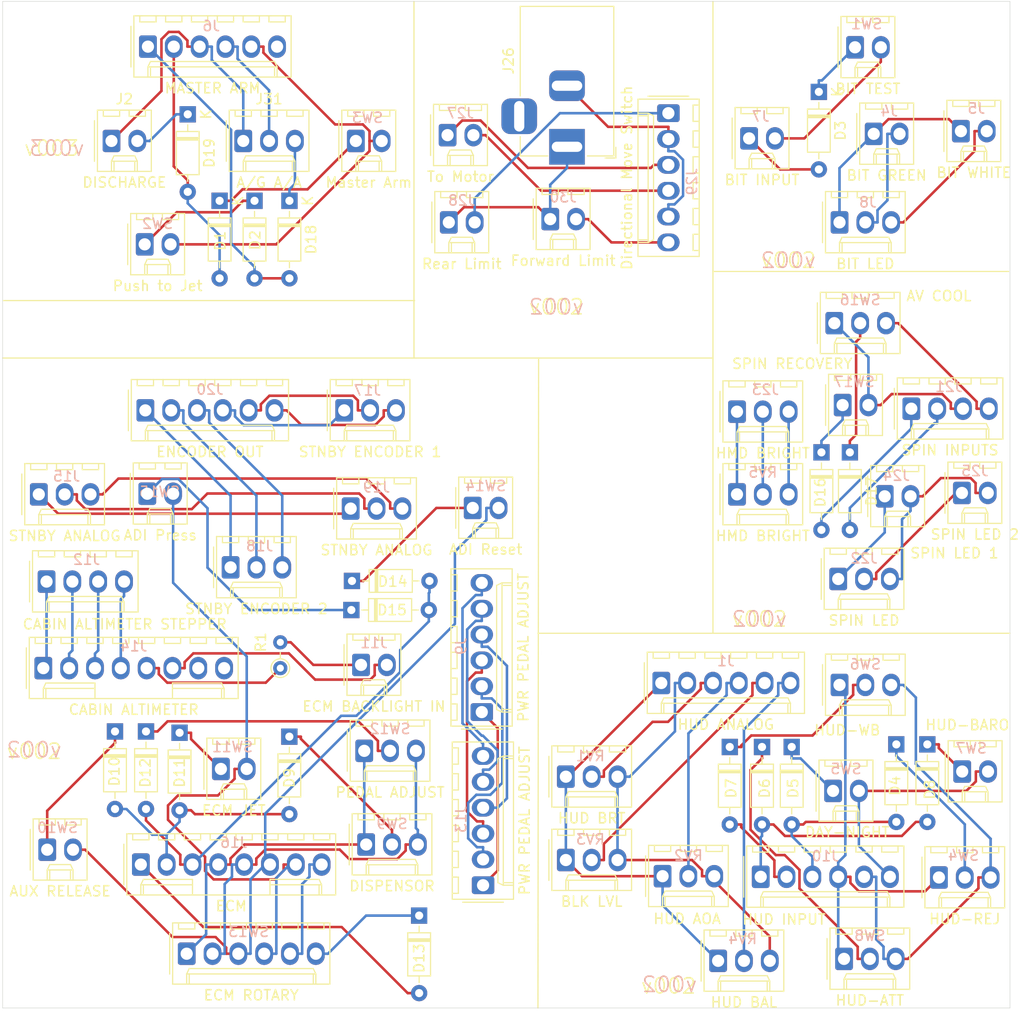
<source format=kicad_pcb>
(kicad_pcb (version 20240108) (generator "pcbnew") (generator_version "8.0")
  (layers (0 "F.Cu" signal) (31 "B.Cu" signal) (34 "B.Paste" user) (35 "F.Paste" user) (36 "B.SilkS" user "B.Silkscreen") (37 "F.SilkS" user "F.Silkscreen") (38 "B.Mask" user) (39 "F.Mask" user) (44 "Edge.Cuts" user))
  (net 0 "")
  (net 1 "/PCB-COL-2")
  (net 2 "Net-(D1-K)")
  (net 3 "/PCB-COL-1")
  (net 4 "Net-(D2-K)")
  (net 5 "/BIT-COL")
  (net 6 "Net-(D3-K)")
  (net 7 "/HUD-COL-3")
  (net 8 "Net-(D4-K)")
  (net 9 "Net-(D5-K)")
  (net 10 "/HUD-COL-1")
  (net 11 "Net-(D6-K)")
  (net 12 "/HUD-COL-2")
  (net 13 "Net-(D7-K)")
  (net 14 "Net-(D8-K)")
  (net 15 "/ECM-COL-2")
  (net 16 "Net-(D9-K)")
  (net 17 "Net-(D10-K)")
  (net 18 "Net-(D11-K)")
  (net 19 "/ECM-COL-3")
  (net 20 "Net-(D12-K)")
  (net 21 "/ECM-COL-1")
  (net 22 "Net-(D13-K)")
  (net 23 "/SPIN-COL1")
  (net 24 "Net-(D14-K)")
  (net 25 "/SPIN-COL2")
  (net 26 "Net-(D15-K)")
  (net 27 "/SPIN-LED-ANNODE-1")
  (net 28 "/SPIN-LED-CATHODE")
  (net 29 "/SPIN-LED-ANNODE-2")
  (net 30 "/HUD-BAL")
  (net 31 "/BLK-LVL")
  (net 32 "/HUD-A0A")
  (net 33 "/HUD-BRT")
  (net 34 "/HUD-ANA-GND")
  (net 35 "/HUD-ANA+5V")
  (net 36 "/PCB-ROW-2")
  (net 37 "/PCB-ROW-1")
  (net 38 "/ARM-ROW3")
  (net 39 "/BIT-ROW")
  (net 40 "Net-(D16-K)")
  (net 41 "Net-(D17-K)")
  (net 42 "/HUD-ROW-3")
  (net 43 "/HUD-ROW-2")
  (net 44 "/HUD-ROW-1")
  (net 45 "/ECM-ROW-5")
  (net 46 "/ECM-ROW-4")
  (net 47 "/ECM-ROW-3")
  (net 48 "/ECM-ROW-2")
  (net 49 "/ECM-ROW-1")
  (net 50 "/SPIN-ROW2")
  (net 51 "/SPIN-ROW1")
  (net 53 "Net-(J13-Pin_6)")
  (net 54 "Net-(J13-Pin_5)")
  (net 55 "Net-(J13-Pin_3)")
  (net 56 "Net-(J13-Pin_4)")
  (net 57 "Net-(J13-Pin_1)")
  (net 58 "/BIT-LED-COL-1")
  (net 59 "/BIT-LED-ROW-1")
  (net 60 "/BIT-LED-COL-2")
  (net 61 "GND")
  (net 62 "+12V")
  (net 63 "Net-(J13-Pin_2)")
  (net 64 "Net-(J11-Pin_1)")
  (net 65 "Net-(J11-Pin_2)")
  (net 66 "Net-(J12-Pin_4)")
  (net 67 "Net-(J12-Pin_2)")
  (net 68 "Net-(J12-Pin_1)")
  (net 69 "Net-(J12-Pin_3)")
  (net 70 "Net-(J14-Pin_5)")
  (net 73 "Net-(J15-Pin_3)")
  (net 74 "Net-(J15-Pin_1)")
  (net 75 "Net-(J15-Pin_2)")
  (net 76 "Net-(J17-Pin_3)")
  (net 77 "Net-(J17-Pin_2)")
  (net 78 "Net-(J17-Pin_1)")
  (net 79 "Net-(J18-Pin_1)")
  (net 80 "Net-(J18-Pin_3)")
  (net 81 "Net-(J18-Pin_2)")
  (net 82 "Net-(J23-Pin_3)")
  (net 83 "Net-(J23-Pin_2)")
  (net 84 "Net-(J23-Pin_1)")
  (net 85 "Net-(J27-Pin_1)")
  (net 86 "Net-(J27-Pin_2)")
  (net 87 "Net-(J28-Pin_2)")
  (net 88 "Net-(J29-Pin_6)")
  (net 89 "Net-(D18-K)")
  (net 90 "Net-(D19-K)")
  (footprint "PT_Library_v001:D_Signal_P7.62mm_Horizontal" (layer "F.Cu") (at 119.634 69.38 -90)
    (property "Reference" "D1")
    (property "Value" "D")
  )
  (footprint "PT_Library_v001:D_Signal_P7.62mm_Horizontal" (layer "F.Cu") (at 123.067 69.38 -90)
    (property "Reference" "D2")
    (property "Value" "D")
  )
  (footprint "PT_Library_v001:D_Signal_P7.62mm_Horizontal" (layer "F.Cu") (at 178.562 58.674 -90)
    (property "Reference" "D3")
    (property "Value" "D")
  )
  (footprint "PT_Library_v001:D_Signal_P7.62mm_Horizontal" (layer "F.Cu") (at 186.182 122.809 -90)
    (property "Reference" "D4")
    (property "Value" "D")
  )
  (footprint "PT_Library_v001:D_Signal_P7.62mm_Horizontal" (layer "F.Cu") (at 175.895 123.063 -90)
    (property "Reference" "D5")
    (property "Value" "D")
  )
  (footprint "PT_Library_v001:D_Signal_P7.62mm_Horizontal" (layer "F.Cu") (at 172.974 123.063 -90)
    (property "Reference" "D6")
    (property "Value" "D")
  )
  (footprint "PT_Library_v001:D_Signal_P7.62mm_Horizontal" (layer "F.Cu") (at 169.801 123.063 -90)
    (property "Reference" "D7")
    (property "Value" "D")
  )
  (footprint "PT_Library_v001:D_Signal_P7.62mm_Horizontal" (layer "F.Cu") (at 189.23 122.809 -90)
    (property "Reference" "D8")
    (property "Value" "D")
  )
  (footprint "PT_Library_v001:D_Signal_P7.62mm_Horizontal" (layer "F.Cu") (at 126.492 122.047 -90)
    (property "Reference" "D9")
    (property "Value" "D")
  )
  (footprint "PT_Library_v001:D_Signal_P7.62mm_Horizontal" (layer "F.Cu") (at 109.347 121.539 -90)
    (property "Reference" "D10")
    (property "Value" "D")
  )
  (footprint "PT_Library_v001:D_Signal_P7.62mm_Horizontal" (layer "F.Cu") (at 115.697 121.666 -90)
    (property "Reference" "D11")
    (property "Value" "D")
  )
  (footprint "PT_Library_v001:D_Signal_P7.62mm_Horizontal" (layer "F.Cu") (at 112.395 121.539 -90)
    (property "Reference" "D12")
    (property "Value" "D")
  )
  (footprint "PT_Library_v001:Molex_1x06_P2.54mm_Vertical" (layer "F.Cu") (at 163.068 116.776)
    (property "Reference" "J1")
    (property "Value" "HUD ANALOG")
  )
  (footprint "Connector_Molex:Molex_KK-254_AE-6410-02A_1x02_P2.54mm_Vertical" (layer "F.Cu") (at 109 63.5)
    (property "Reference" "J2")
    (property "Value" "DISCHARGE")
  )
  (footprint "PT_Library_v001:Molex_1x06_P2.54mm_Vertical" (layer "F.Cu") (at 112.586 54.229)
    (property "Reference" "J6")
    (property "Value" "MASTER ARM")
  )
  (footprint "PT_Library_v001:Molex_1x02_P2.54mm_Vertical" (layer "F.Cu") (at 171.704 63.246)
    (property "Reference" "J7")
    (property "Value" "BIT INPUT")
  )
  (footprint "PT_Library_v001:Molex_1x03_P2.54mm_Vertical" (layer "F.Cu") (at 180.594 71.501)
    (property "Reference" "J8")
    (property "Value" "BIT LED")
  )
  (footprint "PT_Library_v001:Molex_1x06_P2.54mm_Vertical" (layer "F.Cu") (at 145.415 119.634 90)
    (property "Reference" "J9")
    (property "Value" "PWR PEDAL ADJUST")
  )
  (footprint "PT_Library_v001:Molex_1x06_P2.54mm_Vertical" (layer "F.Cu") (at 172.847 135.826)
    (property "Reference" "J10")
    (property "Value" "HUD INPUT")
  )
  (footprint "PT_Library_v001:Molex_1x02_P2.54mm_Vertical" (layer "F.Cu") (at 133.54 114.998)
    (property "Reference" "J11")
    (property "Value" "ECM BACKLIGHT IN")
  )
  (footprint "PT_Library_v001:Molex_1x04_P2.54mm_Vertical" (layer "F.Cu") (at 102.616 106.807)
    (property "Reference" "J12")
    (property "Value" "CABIN ALTIMETER STEPPER")
  )
  (footprint "PT_Library_v001:Molex_1x06_P2.54mm_Vertical" (layer "F.Cu") (at 145.542 136.652 90)
    (property "Reference" "J13")
    (property "Value" "PWR PEDAL ADJUST")
  )
  (footprint "PT_Library_v001:Molex_1x08_P2.54mm_Vertical" (layer "F.Cu") (at 102.298 115.316)
    (property "Reference" "J14")
    (property "Value" "CABIN ALTIMETER")
  )
  (footprint "PT_Library_v001:Molex_1x08_P2.54mm_Vertical" (layer "F.Cu") (at 111.887 134.62)
    (property "Reference" "J16")
    (property "Value" "ECM")
  )
  (footprint "PT_Library_v001:Molex_1x03_P2.54mm_Vertical" (layer "F.Cu") (at 180.467 106.553)
    (property "Reference" "J22")
    (property "Value" "SPIN LED")
  )
  (footprint "PT_Library_v001:Molex_1x03_P2.54mm_Vertical" (layer "F.Cu") (at 153.684 125.984)
    (property "Reference" "RV1")
    (property "Value" "HUD BRT")
  )
  (footprint "PT_Library_v001:Molex_1x03_P2.54mm_Vertical" (layer "F.Cu") (at 163.195 135.763)
    (property "Reference" "RV2")
    (property "Value" "HUD AOA")
  )
  (footprint "PT_Library_v001:Molex_1x03_P2.54mm_Vertical" (layer "F.Cu") (at 153.684 134.176)
    (property "Reference" "RV3")
    (property "Value" "BLK LVL")
  )
  (footprint "PT_Library_v001:Molex_1x03_P2.54mm_Vertical" (layer "F.Cu") (at 168.656 144.082)
    (property "Reference" "RV4")
    (property "Value" "HUD BAL")
  )
  (footprint "PT_Library_v001:Molex_1x02_P2.54mm_Vertical" (layer "F.Cu") (at 182.118 54.2925)
    (property "Reference" "SW1")
    (property "Value" "BIT TEST")
  )
  (footprint "PT_Library_v001:Molex_1x02_P2.54mm_Vertical" (layer "F.Cu") (at 112.268 73.66)
    (property "Reference" "SW2")
    (property "Value" "Push to Jet")
  )
  (footprint "PT_Library_v001:Molex_1x02_P2.54mm_Vertical" (layer "F.Cu") (at 133.032 63.5)
    (property "Reference" "SW3")
    (property "Value" "Master Arm")
  )
  (footprint "PT_Library_v001:Molex_1x03_P2.54mm_Vertical" (layer "F.Cu") (at 190.373 135.89)
    (property "Reference" "SW4")
    (property "Value" "HUD-REJ")
  )
  (footprint "PT_Library_v001:Molex_1x02_P2.54mm_Vertical" (layer "F.Cu") (at 179.959 127.381)
    (property "Reference" "SW5")
    (property "Value" "DAY-NIGHT")
  )
  (footprint "PT_Library_v001:Molex_1x03_P2.54mm_Vertical" (layer "F.Cu") (at 180.594 116.967)
    (property "Reference" "SW6")
    (property "Value" "HUD-WB")
  )
  (footprint "PT_Library_v001:Molex_1x02_P2.54mm_Vertical" (layer "F.Cu") (at 192.659 125.476)
    (property "Reference" "SW7")
    (property "Value" "HUD-BARO")
  )
  (footprint "PT_Library_v001:Molex_1x03_P2.54mm_Vertical" (layer "F.Cu") (at 181.038 143.891)
    (property "Reference" "SW8")
    (property "Value" "HUD-ATT")
  )
  (footprint "PT_Library_v001:Molex_1x03_P2.54mm_Vertical" (layer "F.Cu") (at 134.048 132.652)
    (property "Reference" "SW9")
    (property "Value" "DISPENSOR")
  )
  (footprint "PT_Library_v001:Molex_1x02_P2.54mm_Vertical" (layer "F.Cu") (at 102.68 133.16)
    (property "Reference" "SW10")
    (property "Value" "AUX RELEASE")
  )
  (footprint "PT_Library_v001:Molex_1x02_P2.54mm_Vertical" (layer "F.Cu") (at 119.761 125.222)
    (property "Reference" "SW11")
    (property "Value" "ECM JET")
  )
  (footprint "PT_Library_v001:Molex_1x03_P2.54mm_Vertical" (layer "F.Cu") (at 133.858 123.444)
    (property "Reference" "SW12")
    (property "Value" "PEDAL ADJUST")
  )
  (footprint "PT_Library_v001:D_Signal_P7.62mm_Horizontal" (layer "F.Cu") (at 178.816 94.107 -90)
    (property "Reference" "D16")
    (property "Value" "D")
  )
  (footprint "PT_Library_v001:D_Signal_P7.62mm_Horizontal" (layer "F.Cu") (at 181.61 94.107 -90)
    (property "Reference" "D17")
    (property "Value" "D")
  )
  (footprint "PT_Library_v001:Molex_1x03_P2.54mm_Vertical" (layer "F.Cu") (at 101.854 98.2345)
    (property "Reference" "J15")
    (property "Value" "STNBY ANALOG")
  )
  (footprint "PT_Library_v001:Molex_1x03_P2.54mm_Vertical" (layer "F.Cu") (at 131.89 89.9795)
    (property "Reference" "J17")
    (property "Value" "STNBY ENCODER 1")
  )
  (footprint "PT_Library_v001:Molex_1x03_P2.54mm_Vertical" (layer "F.Cu") (at 120.714 105.41)
    (property "Reference" "J18")
    (property "Value" "STNBY ENCODER 2")
  )
  (footprint "PT_Library_v001:Molex_1x03_P2.54mm_Vertical" (layer "F.Cu") (at 132.524 99.6315)
    (property "Reference" "J19")
    (property "Value" "STNBY ANALOG")
  )
  (footprint "PT_Library_v001:Molex_1x06_P2.54mm_Vertical" (layer "F.Cu") (at 112.332 89.9795)
    (property "Reference" "J20")
    (property "Value" "ENCODER OUT")
  )
  (footprint "PT_Library_v001:D_Signal_P7.62mm_Horizontal" (layer "F.Cu") (at 132.652 106.744)
    (property "Reference" "D14")
    (property "Value" "D")
  )
  (footprint "PT_Library_v001:D_Signal_P7.62mm_Horizontal" (layer "F.Cu") (at 132.588 109.601)
    (property "Reference" "D15")
    (property "Value" "D")
  )
  (footprint "PT_Library_v001:Molex_1x02_P2.54mm_Vertical" (layer "F.Cu") (at 144.526 99.568)
    (property "Reference" "SW14")
    (property "Value" "ADI Reset")
  )
  (footprint "PT_Library_v001:Molex_1x02_P2.54mm_Vertical" (layer "F.Cu") (at 112.522 98.171)
    (property "Reference" "SW15")
    (property "Value" "ADI Press")
  )
  (footprint "PT_Library_v001:Molex_1x02_P2.54mm_Vertical" (layer "F.Cu") (at 183.96 62.8015)
    (property "Reference" "J4")
    (property "Value" "BIT GREEN")
  )
  (footprint "PT_Library_v001:Molex_1x02_P2.54mm_Vertical" (layer "F.Cu") (at 192.532 62.5348)
    (property "Reference" "J5")
    (property "Value" "BIT WHITE")
  )
  (footprint "Connector_BarrelJack:BarrelJack_Horizontal" (layer "F.Cu") (at 153.797 64.0715 -90)
    (property "Reference" "J26")
    (property "Value" "PEDAL POWER IN")
  )
  (footprint "PT_Library_v001:Molex_1x02_P2.54mm_Vertical" (layer "F.Cu") (at 142.05 62.9285)
    (property "Reference" "J27")
    (property "Value" "To Motor")
  )
  (footprint "PT_Library_v001:Molex_1x02_P2.54mm_Vertical" (layer "F.Cu") (at 142.176 71.501)
    (property "Reference" "J28")
    (property "Value" "Rear Limit")
  )
  (footprint "PT_Library_v001:Molex_1x06_P2.54mm_Vertical" (layer "F.Cu") (at 163.766 60.7695 -90)
    (property "Reference" "J29")
    (property "Value" "Directional Move Switch")
  )
  (footprint "PT_Library_v001:Molex_1x02_P2.54mm_Vertical" (layer "F.Cu") (at 152.146 71.1835)
    (property "Reference" "J30")
    (property "Value" "Forward Limit")
  )
  (footprint "MountingHole:MountingHole_4.3mm_M4" (layer "F.Cu") (at 143.51 80.01)
    (property "Reference" "H1")
    (property "Value" "MountingHole")
  )
  (footprint "MountingHole:MountingHole_4.3mm_M4" (layer "F.Cu") (at 103.378 89.8525)
    (property "Reference" "H5")
    (property "Value" "MountingHole")
  )
  (footprint "MountingHole:MountingHole_4.3mm_M4" (layer "F.Cu") (at 103.378 143.51)
    (property "Reference" "H8")
    (property "Value" "MountingHole")
  )
  (footprint "MountingHole:MountingHole_4.3mm_M4" (layer "F.Cu") (at 133.414 74.676)
    (property "Reference" "H11")
    (property "Value" "MountingHole")
  )
  (footprint "MountingHole:MountingHole_4.3mm_M4" (layer "F.Cu") (at 145.796 89.8525)
    (property "Reference" "H12")
    (property "Value" "MountingHole")
  )
  (footprint "MountingHole:MountingHole_4.3mm_M4" (layer "F.Cu") (at 156.464 143.764)
    (property "Reference" "H14")
    (property "Value" "MountingHole")
  )
  (footprint "MountingHole:MountingHole_4.3mm_M4" (layer "F.Cu") (at 145.796 144.082)
    (property "Reference" "H16")
    (property "Value" "MountingHole")
  )
  (footprint "MountingHole:MountingHole_4.3mm_M4" (layer "F.Cu") (at 192.673 144.145)
    (property "Reference" "H17")
    (property "Value" "MountingHole")
  )
  (footprint "MountingHole:MountingHole_4.3mm_M4" (layer "F.Cu") (at 133.794 54.31)
    (property "Reference" "H18")
    (property "Value" "MountingHole")
  )
  (footprint "MountingHole:MountingHole_4.3mm_M4" (layer "F.Cu") (at 163.322 80.01)
    (property "Reference" "H20")
    (property "Value" "MountingHole")
  )
  (footprint "MountingHole:MountingHole_4.3mm_M4" (layer "F.Cu") (at 173.101 54.31)
    (property "Reference" "H21")
    (property "Value" "MountingHole")
  )
  (footprint "MountingHole:MountingHole_4.3mm_M4" (layer "F.Cu") (at 143.51 54.31)
    (property "Reference" "H22")
    (property "Value" "MountingHole")
  )
  (footprint "MountingHole:MountingHole_4.3mm_M4" (layer "F.Cu") (at 156.464 116.967)
    (property "Reference" "H23")
    (property "Value" "MountingHole")
  )
  (footprint "MountingHole:MountingHole_4.3mm_M4" (layer "F.Cu") (at 192.673 81.661)
    (property "Reference" "H24")
    (property "Value" "MountingHole")
  )
  (footprint "MountingHole:MountingHole_4.3mm_M4" (layer "F.Cu") (at 192.673 54.31)
    (property "Reference" "H25")
    (property "Value" "MountingHole")
  )
  (footprint "MountingHole:MountingHole_4.3mm_M4" (layer "F.Cu") (at 192.673 116.967)
    (property "Reference" "H27")
    (property "Value" "MountingHole")
  )
  (footprint "MountingHole:MountingHole_4.3mm_M4" (layer "F.Cu") (at 173.101 81.661)
    (property "Reference" "H28")
    (property "Value" "MountingHole")
  )
  (footprint "MountingHole:MountingHole_4.3mm_M4" (layer "F.Cu") (at 173.101 71.628)
    (property "Reference" "H29")
    (property "Value" "MountingHole")
  )
  (footprint "MountingHole:MountingHole_4.3mm_M4" (layer "F.Cu") (at 192.673 71.628)
    (property "Reference" "H30")
    (property "Value" "MountingHole")
  )
  (footprint "MountingHole:MountingHole_4.3mm_M4" (layer "F.Cu") (at 173.101 106.807)
    (property "Reference" "H31")
    (property "Value" "MountingHole")
  )
  (footprint "MountingHole:MountingHole_4.3mm_M4" (layer "F.Cu") (at 103.314 54.61)
    (property "Reference" "H32")
    (property "Value" "MountingHole")
  )
  (footprint "PT_Library_v001:PT_R_Axial_DIN0204_L3.6mm_D1.6mm_P2.54mm_Vertical" (layer "F.Cu") (at 125.603 115.316 90)
    (property "Reference" "R1")
    (property "Value" "1K")
  )
  (footprint "MountingHole:MountingHole_4.3mm_M4" (layer "F.Cu") (at 192.673 106.807)
    (property "Reference" "H19")
    (property "Value" "MountingHole")
  )
  (footprint "MountingHole:MountingHole_4.3mm_M4" (layer "F.Cu") (at 163.322 54.31)
    (property "Reference" "H26")
    (property "Value" "MountingHole")
  )
  (footprint "PT_Library_v001:Molex_1x02_P2.54mm_Vertical" (layer "F.Cu") (at 180.899 89.4588)
    (property "Reference" "SW17")
    (property "Value" "SPIN RECOVERY")
  )
  (footprint "PT_Library_v001:Molex_1x03_P2.54mm_Vertical" (layer "F.Cu") (at 180.086 81.407)
    (property "Reference" "SW16")
    (property "Value" "AV COOL")
  )
  (footprint "PT_Library_v001:Molex_1x02_P2.54mm_Vertical" (layer "F.Cu") (at 185.039 98.425)
    (property "Reference" "J24")
    (property "Value" "SPIN LED 1")
  )
  (footprint "PT_Library_v001:Molex_1x02_P2.54mm_Vertical" (layer "F.Cu") (at 192.634 98.0948)
    (property "Reference" "J25")
    (property "Value" "SPIN LED 2")
  )
  (footprint "PT_Library_v001:Molex_1x03_P2.54mm_Vertical" (layer "F.Cu") (at 170.512 98.2345)
    (property "Reference" "RV5")
    (property "Value" "HMD BRIGHT")
  )
  (footprint "PT_Library_v001:Molex_1x03_P2.54mm_Vertical" (layer "F.Cu") (at 170.512 90.1065)
    (property "Reference" "J23")
    (property "Value" "HMD BRIGHT")
  )
  (footprint "PT_Library_v001:Molex_1x04_P2.54mm_Vertical" (layer "F.Cu") (at 187.655 89.8144)
    (property "Reference" "J21")
    (property "Value" "SPIN INPUTS")
  )
  (footprint "MountingHole:MountingHole_4.3mm_M4" (layer "F.Cu") (at 103.378 74.549)
    (property "Reference" "H15")
    (property "Value" "MountingHole")
  )
  (footprint "PT_Library_v001:D_Signal_P7.62mm_Horizontal" (layer "F.Cu") (at 139.256 139.636 -90)
    (property "Reference" "D13")
    (property "Value" "D")
  )
  (footprint "PT_Library_v001:Molex_1x06_P2.54mm_Vertical" (layer "F.Cu") (at 116.396 143.383)
    (property "Reference" "SW13")
    (property "Value" "ECM ROTARY")
  )
  (footprint "Diode_THT:D_DO-35_SOD27_P7.62mm_Horizontal" (layer "F.Cu") (at 126.5 69.38 -90)
    (property "Reference" "D18")
    (property "Value" "D")
  )
  (footprint "Connector_Molex:Molex_KK-254_AE-6410-03A_1x03_P2.54mm_Vertical" (layer "F.Cu") (at 121.96 63.5)
    (property "Reference" "J31")
    (property "Value" "A/G A/A")
  )
  (footprint "Diode_THT:D_DO-35_SOD27_P7.62mm_Horizontal" (layer "F.Cu") (at 116.5 60.88 -90)
    (property "Reference" "D19")
    (property "Value" "D")
  )
  (gr_line (start 168.148 76.327) (end 168.148 111.887) (stroke (width 0.12)) (layer "F.SilkS"))
  (gr_line (start 138.811 79.1845) (end 98.3615 79.1845) (stroke (width 0.12)) (layer "F.SilkS"))
  (gr_line (start 197.231 76.327) (end 168.148 76.327) (stroke (width 0.12)) (layer "F.SilkS"))
  (gr_line (start 197.358 111.887) (end 150.9395 111.887) (stroke (width 0.12)) (layer "F.SilkS"))
  (gr_line (start 98.298 84.836) (end 168.148 84.836) (stroke (width 0.12)) (layer "F.SilkS"))
  (gr_line (start 138.7475 84.836) (end 138.7475 49.784) (stroke (width 0.12)) (layer "F.SilkS"))
  (gr_line (start 151.003 84.836) (end 150.9395 148.717) (stroke (width 0.12)) (layer "F.SilkS"))
  (gr_line (start 168.148 76.327) (end 168.148 49.784) (stroke (width 0.12)) (layer "F.SilkS"))
  (gr_line (start 98.298 148.717) (end 98.298 49.784) (stroke (width 0.05)) (layer "Edge.Cuts"))
  (gr_line (start 197.358 49.784) (end 197.358 148.717) (stroke (width 0.05)) (layer "Edge.Cuts"))
  (gr_line (start 197.358 148.717) (end 98.298 148.717) (stroke (width 0.05)) (layer "Edge.Cuts"))
  (gr_line (start 98.298 49.784) (end 197.358 49.784) (stroke (width 0.05)) (layer "Edge.Cuts"))
  (gr_text "v003" (at 103.632 64.2112 0) (layer "B.SilkS") (effects (font (size 1.5 1.5)) (justify mirror)))
  (gr_text "v002" (at 152.7556 79.8068 0) (layer "B.SilkS") (effects (font (size 1.5 1.5)) (justify mirror)))
  (gr_text "v002" (at 175.5648 75.2348 0) (layer "B.SilkS") (effects (font (size 1.5 1.5)) (justify mirror)))
  (gr_text "v002" (at 172.72 110.49 0) (layer "B.SilkS") (effects (font (size 1.5 1.5)) (justify mirror)))
  (gr_text "v002" (at 163.8808 146.4056 0) (layer "B.SilkS") (effects (font (size 1.5 1.5)) (justify mirror)))
  (gr_text "v002" (at 101.3968 123.3424 0) (layer "B.SilkS") (effects (font (size 1.5 1.5)) (justify mirror)))
  (gr_text "v002" (at 163.7792 146.558 0) (layer "F.SilkS") (effects (font (size 1.5 1.5))))
  (gr_text "v002" (at 172.72 110.49 0) (layer "F.SilkS") (effects (font (size 1.5 1.5))))
  (gr_text "v002" (at 175.5648 75.2348 0) (layer "F.SilkS") (effects (font (size 1.5 1.5))))
  (gr_text "v002" (at 152.7556 79.8068 0) (layer "F.SilkS") (effects (font (size 1.5 1.5))))
  (gr_text "v003" (at 103.124 64.2112 0) (layer "F.SilkS") (effects (font (size 1.5 1.5))))
  (gr_text "v002" (at 101.3968 123.4948 0) (layer "F.SilkS") (effects (font (size 1.5 1.5))))
  (segment (start 116.5 68.5) (end 116.5 67.3733) (width 0.25) (layer "F.Cu") (net 1))
  (segment (start 115.126 65.9993) (end 116.5 67.3733) (width 0.25) (layer "F.Cu") (net 1))
  (segment (start 115.126 54.229) (end 115.126 65.9993) (width 0.25) (layer "F.Cu") (net 1))
  (segment (start 116.5 68.5) (end 116.5 69.6267) (width 0.25) (layer "B.Cu") (net 1))
  (segment (start 119.634 72.7607) (end 116.5 69.6267) (width 0.25) (layer "B.Cu") (net 1))
  (segment (start 119.634 77) (end 119.634 72.7607) (width 0.25) (layer "B.Cu") (net 1))
  (segment (start 128.2787 68.2533) (end 133.032 63.5) (width 0.25) (layer "F.Cu") (net 2))
  (segment (start 120.7607 69.38) (end 121.8874 68.2533) (width 0.25) (layer "F.Cu") (net 2))
  (segment (start 121.8874 68.2533) (end 128.2787 68.2533) (width 0.25) (layer "F.Cu") (net 2))
  (segment (start 119.634 69.38) (end 120.7607 69.38) (width 0.25) (layer "F.Cu") (net 2))
  (segment (start 123.067 77) (end 126.5 77) (width 0.25) (layer "F.Cu") (net 3))
  (segment (start 120.7607 73.567) (end 123.067 75.8733) (width 0.25) (layer "B.Cu") (net 3))
  (segment (start 120.7607 62.4037) (end 120.7607 73.567) (width 0.25) (layer "B.Cu") (net 3))
  (segment (start 112.586 54.229) (end 120.7607 62.4037) (width 0.25) (layer "B.Cu") (net 3))
  (segment (start 123.067 77) (end 123.067 75.8733) (width 0.25) (layer "B.Cu") (net 3))
  (segment (start 123.067 69.38) (end 121.9403 69.38) (width 0.25) (layer "F.Cu") (net 4))
  (segment (start 121.9403 69.38) (end 120.8136 70.5067) (width 0.25) (layer "F.Cu") (net 4))
  (segment (start 115.4213 70.5067) (end 112.268 73.66) (width 0.25) (layer "F.Cu") (net 4))
  (segment (start 120.8136 70.5067) (end 115.4213 70.5067) (width 0.25) (layer "F.Cu") (net 4))
  (segment (start 174.752 66.294) (end 171.704 63.246) (width 0.25) (layer "F.Cu") (net 5))
  (segment (start 178.562 66.294) (end 174.752 66.294) (width 0.25) (layer "F.Cu") (net 5))
  (segment (start 178.562 58.674) (end 178.562 57.5473) (width 0.25) (layer "B.Cu") (net 6))
  (segment (start 178.562 57.5473) (end 178.8632 57.5473) (width 0.25) (layer "B.Cu") (net 6))
  (segment (start 178.8632 57.5473) (end 182.118 54.2925) (width 0.25) (layer "B.Cu") (net 6))
  (segment (start 175.895 130.683) (end 177.0217 130.683) (width 0.25) (layer "F.Cu") (net 7))
  (segment (start 177.2757 130.429) (end 177.0217 130.683) (width 0.25) (layer "F.Cu") (net 7))
  (segment (start 186.182 130.429) (end 177.2757 130.429) (width 0.25) (layer "F.Cu") (net 7))
  (segment (start 175.895 131.8097) (end 177.927 133.8417) (width 0.25) (layer "B.Cu") (net 7))
  (segment (start 177.927 133.8417) (end 177.927 135.826) (width 0.25) (layer "B.Cu") (net 7))
  (segment (start 175.895 130.683) (end 175.895 131.8097) (width 0.25) (layer "B.Cu") (net 7))
  (segment (start 186.182 123.9357) (end 192.913 130.6667) (width 0.25) (layer "B.Cu") (net 8))
  (segment (start 186.182 122.809) (end 186.182 123.9357) (width 0.25) (layer "B.Cu") (net 8))
  (segment (start 192.913 130.6667) (end 192.913 135.89) (width 0.25) (layer "B.Cu") (net 8))
  (segment (start 176.7677 124.1897) (end 179.959 127.381) (width 0.25) (layer "B.Cu") (net 9))
  (segment (start 175.895 123.063) (end 175.895 124.1897) (width 0.25) (layer "B.Cu") (net 9))
  (segment (start 175.895 124.1897) (end 176.7677 124.1897) (width 0.25) (layer "B.Cu") (net 9))
  (segment (start 175.2274 131.8097) (end 174.1007 130.683) (width 0.25) (layer "F.Cu") (net 10))
  (segment (start 188.1033 130.429) (end 186.7226 131.8097) (width 0.25) (layer "F.Cu") (net 10))
  (segment (start 189.23 130.429) (end 188.1033 130.429) (width 0.25) (layer "F.Cu") (net 10))
  (segment (start 186.7226 131.8097) (end 175.2274 131.8097) (width 0.25) (layer "F.Cu") (net 10))
  (segment (start 172.974 130.683) (end 174.1007 130.683) (width 0.25) (layer "F.Cu") (net 10))
  (segment (start 172.974 131.8097) (end 172.847 131.9367) (width 0.25) (layer "B.Cu") (net 10))
  (segment (start 172.974 130.683) (end 172.974 131.8097) (width 0.25) (layer "B.Cu") (net 10))
  (segment (start 172.847 131.9367) (end 172.847 135.826) (width 0.25) (layer "B.Cu") (net 10))
  (segment (start 175.2045 133.6891) (end 174.3316 133.6891) (width 0.25) (layer "F.Cu") (net 11))
  (segment (start 176.657 136.97) (end 176.657 135.1416) (width 0.25) (layer "F.Cu") (net 11))
  (segment (start 182.3813 143.891) (end 182.3813 142.6943) (width 0.25) (layer "F.Cu") (net 11))
  (segment (start 183.578 143.891) (end 182.3813 143.891) (width 0.25) (layer "F.Cu") (net 11))
  (segment (start 174.3316 133.6891) (end 171.8473 131.2048) (width 0.25) (layer "F.Cu") (net 11))
  (segment (start 172.974 123.063) (end 172.974 124.1897) (width 0.25) (layer "F.Cu") (net 11))
  (segment (start 171.8473 125.3164) (end 172.974 124.1897) (width 0.25) (layer "F.Cu") (net 11))
  (segment (start 171.8473 131.2048) (end 171.8473 125.3164) (width 0.25) (layer "F.Cu") (net 11))
  (segment (start 182.3813 142.6943) (end 176.657 136.97) (width 0.25) (layer "F.Cu") (net 11))
  (segment (start 176.657 135.1416) (end 175.2045 133.6891) (width 0.25) (layer "F.Cu") (net 11))
  (segment (start 170.9277 130.683) (end 170.9277 130.9472) (width 0.25) (layer "F.Cu") (net 12))
  (segment (start 175.387 135.826) (end 174.1903 135.826) (width 0.25) (layer "F.Cu") (net 12))
  (segment (start 169.801 130.683) (end 170.9277 130.683) (width 0.25) (layer "F.Cu") (net 12))
  (segment (start 170.9277 130.9472) (end 174.1903 134.2098) (width 0.25) (layer "F.Cu") (net 12))
  (segment (start 174.1903 134.2098) (end 174.1903 135.826) (width 0.25) (layer "F.Cu") (net 12))
  (segment (start 181.9373 116.967) (end 181.9373 117.9393) (width 0.25) (layer "F.Cu") (net 13))
  (segment (start 169.801 123.063) (end 170.9277 123.063) (width 0.25) (layer "F.Cu") (net 13))
  (segment (start 181.9373 117.9393) (end 177.9403 121.9363) (width 0.25) (layer "F.Cu") (net 13))
  (segment (start 177.9403 121.9363) (end 171.9134 121.9363) (width 0.25) (layer "F.Cu") (net 13))
  (segment (start 183.134 116.967) (end 181.9373 116.967) (width 0.25) (layer "F.Cu") (net 13))
  (segment (start 170.9277 122.922) (end 170.9277 123.063) (width 0.25) (layer "F.Cu") (net 13))
  (segment (start 171.9134 121.9363) (end 170.9277 122.922) (width 0.25) (layer "F.Cu") (net 13))
  (segment (start 190.3567 122.809) (end 190.3567 123.1737) (width 0.25) (layer "F.Cu") (net 14))
  (segment (start 189.23 122.809) (end 190.3567 122.809) (width 0.25) (layer "F.Cu") (net 14))
  (segment (start 190.3567 123.1737) (end 192.659 125.476) (width 0.25) (layer "F.Cu") (net 14))
  (segment (start 117.2047 129.667) (end 116.8237 129.286) (width 0.25) (layer "F.Cu") (net 15))
  (segment (start 126.492 129.667) (end 117.2047 129.667) (width 0.25) (layer "F.Cu") (net 15))
  (segment (start 115.697 129.286) (end 116.8237 129.286) (width 0.25) (layer "F.Cu") (net 15))
  (segment (start 114.427 134.62) (end 114.427 131.6827) (width 0.25) (layer "B.Cu") (net 15))
  (segment (start 114.427 131.6827) (end 112.9974 131.6827) (width 0.25) (layer "B.Cu") (net 15))
  (segment (start 112.9974 131.6827) (end 110.4737 129.159) (width 0.25) (layer "B.Cu") (net 15))
  (segment (start 109.347 129.159) (end 110.4737 129.159) (width 0.25) (layer "B.Cu") (net 15))
  (segment (start 114.427 131.6827) (end 115.697 130.4127) (width 0.25) (layer "B.Cu") (net 15))
  (segment (start 115.697 129.286) (end 115.697 130.4127) (width 0.25) (layer "B.Cu") (net 15))
  (segment (start 126.492 122.047) (end 127.6187 122.047) (width 0.25) (layer "F.Cu") (net 16))
  (segment (start 136.588 132.652) (end 136.588 131.2253) (width 0.25) (layer "F.Cu") (net 16))
  (segment (start 136.588 131.2253) (end 127.6187 122.256) (width 0.25) (layer "F.Cu") (net 16))
  (segment (start 127.6187 122.256) (end 127.6187 122.047) (width 0.25) (layer "F.Cu") (net 16))
  (segment (start 102.68 129.3327) (end 102.68 133.16) (width 0.25) (layer "F.Cu") (net 17))
  (segment (start 109.347 122.6657) (end 102.68 129.3327) (width 0.25) (layer "F.Cu") (net 17))
  (segment (start 109.347 121.539) (end 109.347 122.6657) (width 0.25) (layer "F.Cu") (net 17))
  (segment (start 116.8237 122.2847) (end 119.761 125.222) (width 0.25) (layer "F.Cu") (net 18))
  (segment (start 116.8237 121.666) (end 116.8237 122.2847) (width 0.25) (layer "F.Cu") (net 18))
  (segment (start 115.697 121.666) (end 116.8237 121.666) (width 0.25) (layer "F.Cu") (net 18))
  (segment (start 112.395 129.159) (end 112.395 130.2857) (width 0.25) (layer "F.Cu") (net 19))
  (segment (start 115.7703 133.661) (end 112.395 130.2857) (width 0.25) (layer "F.Cu") (net 19))
  (segment (start 116.967 134.62) (end 115.7703 134.62) (width 0.25) (layer "F.Cu") (net 19))
  (segment (start 115.7703 134.62) (end 115.7703 133.661) (width 0.25) (layer "F.Cu") (net 19))
  (segment (start 137.389 113.5467) (end 140.208 110.7277) (width 0.25) (layer "B.Cu") (net 19))
  (segment (start 140.208 109.601) (end 140.208 110.7277) (width 0.25) (layer "B.Cu") (net 19))
  (segment (start 133.0912 119.9992) (end 137.389 115.7014) (width 0.25) (layer "B.Cu") (net 19))
  (segment (start 140.272 106.744) (end 140.272 107.8707) (width 0.25) (layer "B.Cu") (net 19))
  (segment (start 137.389 115.7014) (end 137.389 113.5467) (width 0.25) (layer "B.Cu") (net 19))
  (segment (start 140.208 107.9347) (end 140.208 109.601) (width 0.25) (layer "B.Cu") (net 19))
  (segment (start 131.5878 119.9992) (end 133.0912 119.9992) (width 0.25) (layer "B.Cu") (net 19))
  (segment (start 116.967 134.62) (end 131.5878 119.9992) (width 0.25) (layer "B.Cu") (net 19))
  (segment (start 140.272 107.8707) (end 140.208 107.9347) (width 0.25) (layer "B.Cu") (net 19))
  (segment (start 135.2013 122.4717) (end 133.2689 120.5393) (width 0.25) (layer "F.Cu") (net 20))
  (segment (start 112.395 121.539) (end 113.5217 121.539) (width 0.25) (layer "F.Cu") (net 20))
  (segment (start 114.5214 120.5393) (end 113.5217 121.539) (width 0.25) (layer "F.Cu") (net 20))
  (segment (start 136.398 123.444) (end 135.2013 123.444) (width 0.25) (layer "F.Cu") (net 20))
  (segment (start 135.2013 123.444) (end 135.2013 122.4717) (width 0.25) (layer "F.Cu") (net 20))
  (segment (start 133.2689 120.5393) (end 114.5214 120.5393) (width 0.25) (layer "F.Cu") (net 20))
  (segment (start 118.0282 140.7612) (end 111.887 134.62) (width 0.25) (layer "F.Cu") (net 21))
  (segment (start 138.1293 147.256) (end 131.6345 140.7612) (width 0.25) (layer "F.Cu") (net 21))
  (segment (start 131.6345 140.7612) (end 118.0282 140.7612) (width 0.25) (layer "F.Cu") (net 21))
  (segment (start 139.256 147.256) (end 138.1293 147.256) (width 0.25) (layer "F.Cu") (net 21))
  (segment (start 139.256 139.636) (end 134.0397 139.636) (width 0.25) (layer "B.Cu") (net 22))
  (segment (start 134.0397 139.636) (end 130.2927 143.383) (width 0.25) (layer "B.Cu") (net 22))
  (segment (start 129.096 143.383) (end 130.2927 143.383) (width 0.25) (layer "B.Cu") (net 22))
  (segment (start 187.655 91.7613) (end 178.816 100.6003) (width 0.25) (layer "B.Cu") (net 23))
  (segment (start 187.655 89.8144) (end 187.655 91.7613) (width 0.25) (layer "B.Cu") (net 23))
  (segment (start 178.816 101.727) (end 178.816 100.6003) (width 0.25) (layer "B.Cu") (net 23))
  (segment (start 133.7787 106.744) (end 140.9547 99.568) (width 0.25) (layer "F.Cu") (net 24))
  (segment (start 132.652 106.744) (end 133.7787 106.744) (width 0.25) (layer "F.Cu") (net 24))
  (segment (start 140.9547 99.568) (end 144.526 99.568) (width 0.25) (layer "F.Cu") (net 24))
  (segment (start 181.61 99.5648) (end 181.61 101.727) (width 0.25) (layer "B.Cu") (net 25))
  (segment (start 190.195 91.2411) (end 189.9337 91.2411) (width 0.25) (layer "B.Cu") (net 25))
  (segment (start 189.9337 91.2411) (end 181.61 99.5648) (width 0.25) (layer "B.Cu") (net 25))
  (segment (start 190.195 89.8144) (end 190.195 91.2411) (width 0.25) (layer "B.Cu") (net 25))
  (segment (start 113.9723 96.7207) (end 115.5691 96.7207) (width 0.25) (layer "B.Cu") (net 26))
  (segment (start 115.5691 96.7207) (end 118.446 99.5976) (width 0.25) (layer "B.Cu") (net 26))
  (segment (start 118.446 99.5976) (end 118.446 105.4366) (width 0.25) (layer "B.Cu") (net 26))
  (segment (start 112.522 98.171) (end 113.9723 96.7207) (width 0.25) (layer "B.Cu") (net 26))
  (segment (start 118.446 105.4366) (end 122.6104 109.601) (width 0.25) (layer "B.Cu") (net 26))
  (segment (start 122.6104 109.601) (end 132.588 109.601) (width 0.25) (layer "B.Cu") (net 26))
  (segment (start 185.039 101.981) (end 185.039 98.425) (width 0.25) (layer "B.Cu") (net 27))
  (segment (start 180.467 106.553) (end 185.039 101.981) (width 0.25) (layer "B.Cu") (net 27))
  (segment (start 188.7757 98.425) (end 190.5677 96.633) (width 0.25) (layer "F.Cu") (net 28))
  (segment (start 193.4878 96.633) (end 193.9773 97.1225) (width 0.25) (layer "F.Cu") (net 28))
  (segment (start 190.5677 96.633) (end 193.4878 96.633) (width 0.25) (layer "F.Cu") (net 28))
  (segment (start 187.579 98.425) (end 188.7757 98.425) (width 0.25) (layer "F.Cu") (net 28))
  (segment (start 193.9773 97.1225) (end 193.9773 98.0948) (width 0.25) (layer "F.Cu") (net 28))
  (segment (start 195.174 98.0948) (end 193.9773 98.0948) (width 0.25) (layer "F.Cu") (net 28))
  (segment (start 186.7437 106.553) (end 186.7437 100.687) (width 0.25) (layer "B.Cu") (net 28))
  (segment (start 186.7437 100.687) (end 187.579 99.8517) (width 0.25) (layer "B.Cu") (net 28))
  (segment (start 187.579 98.425) (end 187.579 99.8517) (width 0.25) (layer "B.Cu") (net 28))
  (segment (start 185.547 106.553) (end 186.7437 106.553) (width 0.25) (layer "B.Cu") (net 28))
  (segment (start 184.2037 106.553) (end 184.2037 105.9407) (width 0.25) (layer "F.Cu") (net 29))
  (segment (start 192.0496 98.0948) (end 192.634 98.0948) (width 0.25) (layer "F.Cu") (net 29))
  (segment (start 184.2037 105.9407) (end 192.0496 98.0948) (width 0.25) (layer "F.Cu") (net 29))
  (segment (start 183.007 106.553) (end 184.2037 106.553) (width 0.25) (layer "F.Cu") (net 29))
  (segment (start 171.196 144.082) (end 171.196 121.348) (width 0.25) (layer "B.Cu") (net 30))
  (segment (start 175.768 116.776) (end 174.5713 116.776) (width 0.25) (layer "B.Cu") (net 30))
  (segment (start 171.196 121.348) (end 174.5713 117.9727) (width 0.25) (layer "B.Cu") (net 30))
  (segment (start 174.5713 117.9727) (end 174.5713 116.776) (width 0.25) (layer "B.Cu") (net 30))
  (segment (start 173.228 116.776) (end 172.0313 116.776) (width 0.25) (layer "F.Cu") (net 31))
  (segment (start 157.4207 134.176) (end 157.4207 132.5833) (width 0.25) (layer "F.Cu") (net 31))
  (segment (start 156.224 134.176) (end 157.4207 134.176) (width 0.25) (layer "F.Cu") (net 31))
  (segment (start 157.4207 132.5833) (end 172.0313 117.9727) (width 0.25) (layer "F.Cu") (net 31))
  (segment (start 172.0313 117.9727) (end 172.0313 116.776) (width 0.25) (layer "F.Cu") (net 31))
  (segment (start 170.688 116.776) (end 169.4913 116.776) (width 0.25) (layer "B.Cu") (net 32))
  (segment (start 165.735 121.729) (end 169.4913 117.9727) (width 0.25) (layer "B.Cu") (net 32))
  (segment (start 169.4913 117.9727) (end 169.4913 116.776) (width 0.25) (layer "B.Cu") (net 32))
  (segment (start 165.735 135.763) (end 165.735 121.729) (width 0.25) (layer "B.Cu") (net 32))
  (segment (start 168.148 116.776) (end 166.9513 116.776) (width 0.25) (layer "F.Cu") (net 33))
  (segment (start 157.4207 125.3856) (end 162.2133 120.593) (width 0.25) (layer "F.Cu") (net 33))
  (segment (start 162.2133 120.593) (end 163.7326 120.593) (width 0.25) (layer "F.Cu") (net 33))
  (segment (start 166.9513 117.3743) (end 166.9513 116.776) (width 0.25) (layer "F.Cu") (net 33))
  (segment (start 157.4207 125.984) (end 157.4207 125.3856) (width 0.25) (layer "F.Cu") (net 33))
  (segment (start 156.224 125.984) (end 157.4207 125.984) (width 0.25) (layer "F.Cu") (net 33))
  (segment (start 163.7326 120.593) (end 166.9513 117.3743) (width 0.25) (layer "F.Cu") (net 33))
  (segment (start 173.736 141.6931) (end 173.736 144.082) (width 0.25) (layer "F.Cu") (net 34))
  (segment (start 167.8059 135.763) (end 173.736 141.6931) (width 0.25) (layer "F.Cu") (net 34))
  (segment (start 167.0783 135.763) (end 167.0783 135.1647) (width 0.25) (layer "F.Cu") (net 34))
  (segment (start 167.0783 135.1647) (end 166.0896 134.176) (width 0.25) (layer "F.Cu") (net 34))
  (segment (start 166.0896 134.176) (end 158.764 134.176) (width 0.25) (layer "F.Cu") (net 34))
  (segment (start 168.275 135.763) (end 167.8059 135.763) (width 0.25) (layer "F.Cu") (net 34))
  (segment (start 167.8059 135.763) (end 167.0783 135.763) (width 0.25) (layer "F.Cu") (net 34))
  (segment (start 158.764 125.984) (end 159.9607 125.984) (width 0.25) (layer "B.Cu") (net 34))
  (segment (start 165.608 116.776) (end 164.4113 116.776) (width 0.25) (layer "B.Cu") (net 34))
  (segment (start 158.764 125.984) (end 158.764 134.176) (width 0.25) (layer "B.Cu") (net 34))
  (segment (start 164.4113 121.5334) (end 164.4113 116.776) (width 0.25) (layer "B.Cu") (net 34))
  (segment (start 159.9607 125.984) (end 164.4113 121.5334) (width 0.25) (layer "B.Cu") (net 34))
  (segment (start 163.068 116.776) (end 153.86 125.984) (width 0.25) (layer "F.Cu") (net 35))
  (segment (start 163.195 135.763) (end 155.271 135.763) (width 0.25) (layer "F.Cu") (net 35))
  (segment (start 155.271 135.763) (end 153.684 134.176) (width 0.25) (layer "F.Cu") (net 35))
  (segment (start 153.86 125.984) (end 153.684 125.984) (width 0.25) (layer "F.Cu") (net 35))
  (segment (start 163.195 138.621) (end 168.656 144.082) (width 0.25) (layer "B.Cu") (net 35))
  (segment (start 163.195 135.763) (end 163.195 138.621) (width 0.25) (layer "B.Cu") (net 35))
  (segment (start 153.684 125.984) (end 153.684 134.176) (width 0.25) (layer "B.Cu") (net 35))
  (segment (start 120.206 54.229) (end 121.4027 54.229) (width 0.25) (layer "B.Cu") (net 36))
  (segment (start 121.4027 54.229) (end 121.4027 55.4257) (width 0.25) (layer "B.Cu") (net 36))
  (segment (start 124.5 58.523) (end 124.5 63.5) (width 0.25) (layer "B.Cu") (net 36))
  (segment (start 121.4027 55.4257) (end 124.5 58.523) (width 0.25) (layer "B.Cu") (net 36))
  (segment (start 114.6302 52.7826) (end 113.9141 53.4987) (width 0.25) (layer "F.Cu") (net 37))
  (segment (start 113.9141 58.5859) (end 109 63.5) (width 0.25) (layer "F.Cu") (net 37))
  (segment (start 117.666 54.229) (end 116.4693 54.229) (width 0.25) (layer "F.Cu") (net 37))
  (segment (start 116.4693 54.229) (end 116.4693 53.6307) (width 0.25) (layer "F.Cu") (net 37))
  (segment (start 113.9141 53.4987) (end 113.9141 58.5859) (width 0.25) (layer "F.Cu") (net 37))
  (segment (start 115.6212 52.7826) (end 114.6302 52.7826) (width 0.25) (layer "F.Cu") (net 37))
  (segment (start 116.4693 53.6307) (end 115.6212 52.7826) (width 0.25) (layer "F.Cu") (net 37))
  (segment (start 118.8627 54.229) (end 118.8627 55.5398) (width 0.25) (layer "B.Cu") (net 37))
  (segment (start 117.666 54.229) (end 118.8627 54.229) (width 0.25) (layer "B.Cu") (net 37))
  (segment (start 118.8627 55.5398) (end 121.96 58.6371) (width 0.25) (layer "B.Cu") (net 37))
  (segment (start 121.96 58.6371) (end 121.96 63.5) (width 0.25) (layer "B.Cu") (net 37))
  (segment (start 133.7228 61.8752) (end 134.3753 62.5277) (width 0.25) (layer "F.Cu") (net 38))
  (segment (start 125.2056 73.66) (end 134.3753 64.4903) (width 0.25) (layer "F.Cu") (net 38))
  (segment (start 130.9905 61.8752) (end 133.7228 61.8752) (width 0.25) (layer "F.Cu") (net 38))
  (segment (start 114.808 73.66) (end 125.2056 73.66) (width 0.25) (layer "F.Cu") (net 38))
  (segment (start 123.9427 54.229) (end 123.9427 54.8274) (width 0.25) (layer "F.Cu") (net 38))
  (segment (start 135.572 63.5) (end 134.3753 63.5) (width 0.25) (layer "F.Cu") (net 38))
  (segment (start 123.9427 54.8274) (end 130.9905 61.8752) (width 0.25) (layer "F.Cu") (net 38))
  (segment (start 134.3753 62.5277) (end 134.3753 63.5) (width 0.25) (layer "F.Cu") (net 38))
  (segment (start 122.746 54.229) (end 123.9427 54.229) (width 0.25) (layer "F.Cu") (net 38))
  (segment (start 134.3753 64.4903) (end 134.3753 63.5) (width 0.25) (layer "F.Cu") (net 38))
  (segment (start 177.1312 63.246) (end 184.658 55.7192) (width 0.25) (layer "F.Cu") (net 39))
  (segment (start 174.244 63.246) (end 177.1312 63.246) (width 0.25) (layer "F.Cu") (net 39))
  (segment (start 184.658 54.2925) (end 184.658 55.7192) (width 0.25) (layer "F.Cu") (net 39))
  (segment (start 178.816 94.107) (end 178.816 92.9803) (width 0.25) (layer "B.Cu") (net 40))
  (segment (start 180.899 90.8973) (end 180.899 89.4588) (width 0.25) (layer "B.Cu") (net 40))
  (segment (start 178.816 92.9803) (end 180.899 90.8973) (width 0.25) (layer "B.Cu") (net 40))
  (segment (start 181.61 94.107) (end 181.61 92.9803) (width 0.25) (layer "F.Cu") (net 41))
  (segment (start 182.626 81.407) (end 182.626 82.8337) (width 0.25) (layer "F.Cu") (net 41))
  (segment (start 182.2271 92.3632) (end 181.61 92.9803) (width 0.25) (layer "F.Cu") (net 41))
  (segment (start 182.2271 83.2326) (end 182.2271 92.3632) (width 0.25) (layer "F.Cu") (net 41))
  (segment (start 182.626 82.8337) (end 182.2271 83.2326) (width 0.25) (layer "F.Cu") (net 41))
  (segment (start 194.0023 126.4483) (end 194.0023 125.476) (width 0.25) (layer "F.Cu") (net 42))
  (segment (start 193.0696 127.381) (end 194.0023 126.4483) (width 0.25) (layer "F.Cu") (net 42))
  (segment (start 195.199 125.476) (end 194.0023 125.476) (width 0.25) (layer "F.Cu") (net 42))
  (segment (start 182.499 127.381) (end 193.0696 127.381) (width 0.25) (layer "F.Cu") (net 42))
  (segment (start 185.547 135.826) (end 182.499 132.778) (width 0.25) (layer "B.Cu") (net 42))
  (segment (start 182.499 132.778) (end 182.499 127.381) (width 0.25) (layer "B.Cu") (net 42))
  (segment (start 194.2563 136.9494) (end 187.3147 143.891) (width 0.25) (layer "F.Cu") (net 43))
  (segment (start 194.2563 135.89) (end 194.2563 136.9494) (width 0.25) (layer "F.Cu") (net 43))
  (segment (start 195.453 135.89) (end 194.2563 135.89) (width 0.25) (layer "F.Cu") (net 43))
  (segment (start 186.118 143.891) (end 187.3147 143.891) (width 0.25) (layer "F.Cu") (net 43))
  (segment (start 195.453 135.89) (end 195.453 132.0854) (width 0.25) (layer "B.Cu") (net 43))
  (segment (start 183.007 135.826) (end 184.2037 135.826) (width 0.25) (layer "B.Cu") (net 43))
  (segment (start 184.9213 143.891) (end 184.9213 142.6943) (width 0.25) (layer "B.Cu") (net 43))
  (segment (start 186.118 143.891) (end 184.9213 143.891) (width 0.25) (layer "B.Cu") (net 43))
  (segment (start 195.453 132.0854) (end 188.1033 124.7357) (width 0.25) (layer "B.Cu") (net 43))
  (segment (start 184.2037 141.9767) (end 184.2037 135.826) (width 0.25) (layer "B.Cu") (net 43))
  (segment (start 188.1033 124.7357) (end 188.1033 118.1996) (width 0.25) (layer "B.Cu") (net 43))
  (segment (start 188.1033 118.1996) (end 186.8707 116.967) (width 0.25) (layer "B.Cu") (net 43))
  (segment (start 184.9213 142.6943) (end 184.2037 141.9767) (width 0.25) (layer "B.Cu") (net 43))
  (segment (start 185.674 116.967) (end 186.8707 116.967) (width 0.25) (layer "B.Cu") (net 43))
  (segment (start 189.0103 137.2527) (end 182.4921 137.2527) (width 0.25) (layer "F.Cu") (net 44))
  (segment (start 190.373 135.89) (end 189.0103 137.2527) (width 0.25) (layer "F.Cu") (net 44))
  (segment (start 180.467 135.826) (end 181.6637 135.826) (width 0.25) (layer "F.Cu") (net 44))
  (segment (start 182.4921 137.2527) (end 181.6637 136.4243) (width 0.25) (layer "F.Cu") (net 44))
  (segment (start 181.6637 136.4243) (end 181.6637 135.826) (width 0.25) (layer "F.Cu") (net 44))
  (segment (start 181.038 143.891) (end 180.467 143.32) (width 0.25) (layer "B.Cu") (net 44))
  (segment (start 180.467 134.3993) (end 181.1665 133.6998) (width 0.25) (layer "B.Cu") (net 44))
  (segment (start 180.467 135.826) (end 180.467 134.3993) (width 0.25) (layer "B.Cu") (net 44))
  (segment (start 180.467 143.32) (end 180.467 135.826) (width 0.25) (layer "B.Cu") (net 44))
  (segment (start 181.1665 117.5395) (end 180.594 116.967) (width 0.25) (layer "B.Cu") (net 44))
  (segment (start 181.1665 133.6998) (end 181.1665 117.5395) (width 0.25) (layer "B.Cu") (net 44))
  (segment (start 128.4703 135.8167) (end 127.7527 136.5343) (width 0.25) (layer "B.Cu") (net 45))
  (segment (start 127.7527 136.5343) (end 127.7527 143.383) (width 0.25) (layer "B.Cu") (net 45))
  (segment (start 129.667 134.62) (end 128.4703 134.62) (width 0.25) (layer "B.Cu") (net 45))
  (segment (start 126.556 143.383) (end 127.7527 143.383) (width 0.25) (layer "B.Cu") (net 45))
  (segment (start 128.4703 134.62) (end 128.4703 135.8167) (width 0.25) (layer "B.Cu") (net 45))
  (segment (start 115.5382 127.8296) (end 119.469 127.8296) (width 0.25) (layer "F.Cu") (net 46))
  (segment (start 127.127 134.62) (end 125.9303 134.62) (width 0.25) (layer "F.Cu") (net 46))
  (segment (start 118.2052 135.2415) (end 118.2052 133.8666) (width 0.25) (layer "F.Cu") (net 46))
  (segment (start 121.1043 126.1943) (end 121.1043 125.222) (width 0.25) (layer "F.Cu") (net 46))
  (segment (start 114.5587 130.2201) (end 114.5587 128.8091) (width 0.25) (layer "F.Cu") (net 46))
  (segment (start 114.5587 128.8091) (end 115.5382 127.8296) (width 0.25) (layer "F.Cu") (net 46))
  (segment (start 119.0437 136.08) (end 118.2052 135.2415) (width 0.25) (layer "F.Cu") (net 46))
  (segment (start 125.0686 136.08) (end 119.0437 136.08) (width 0.25) (layer "F.Cu") (net 46))
  (segment (start 118.2052 133.8666) (end 114.5587 130.2201) (width 0.25) (layer "F.Cu") (net 46))
  (segment (start 119.469 127.8296) (end 121.1043 126.1943) (width 0.25) (layer "F.Cu") (net 46))
  (segment (start 125.9303 134.62) (end 125.9303 135.2183) (width 0.25) (layer "F.Cu") (net 46))
  (segment (start 122.301 125.222) (end 121.1043 125.222) (width 0.25) (layer "F.Cu") (net 46))
  (segment (start 125.9303 135.2183) (end 125.0686 136.08) (width 0.25) (layer "F.Cu") (net 46))
  (segment (start 124.016 143.383) (end 125.2127 143.383) (width 0.25) (layer "B.Cu") (net 46))
  (segment (start 126.5287 134.62) (end 125.2127 135.936) (width 0.25) (layer "B.Cu") (net 46))
  (segment (start 125.2127 135.936) (end 125.2127 143.383) (width 0.25) (layer "B.Cu") (net 46))
  (segment (start 115.062 106.9243) (end 115.062 98.171) (width 0.25) (layer "B.Cu") (net 46))
  (segment (start 122.301 114.1633) (end 115.062 106.9243) (width 0.25) (layer "B.Cu") (net 46))
  (segment (start 122.301 125.222) (end 122.301 114.1633) (width 0.25) (layer "B.Cu") (net 46))
  (segment (start 127.127 134.62) (end 126.5287 134.62) (width 0.25) (layer "B.Cu") (net 46))
  (segment (start 119.2379 141.7433) (end 115 141.7433) (width 0.25) (layer "F.Cu") (net 47))
  (segment (start 105.22 133.16) (end 106.4167 133.16) (width 0.25) (layer "F.Cu") (net 47))
  (segment (start 120.2793 143.383) (end 120.2793 142.7847) (width 0.25) (layer "F.Cu") (net 47))
  (segment (start 115 141.7433) (end 106.4167 133.16) (width 0.25) (layer "F.Cu") (net 47))
  (segment (start 121.476 143.383) (end 120.2793 143.383) (width 0.25) (layer "F.Cu") (net 47))
  (segment (start 120.2793 142.7847) (end 119.2379 141.7433) (width 0.25) (layer "F.Cu") (net 47))
  (segment (start 124.1179 134.62) (end 124.1179 129.6113) (width 0.25) (layer "B.Cu") (net 47))
  (segment (start 121.476 143.383) (end 122.6727 143.383) (width 0.25) (layer "B.Cu") (net 47))
  (segment (start 124.1179 129.6113) (end 142.774 110.9552) (width 0.25) (layer "B.Cu") (net 47))
  (segment (start 124.1179 134.62) (end 122.6727 136.0652) (width 0.25) (layer "B.Cu") (net 47))
  (segment (start 147.066 99.568) (end 145.8693 99.568) (width 0.25) (layer "B.Cu") (net 47))
  (segment (start 122.6727 136.0652) (end 122.6727 143.383) (width 0.25) (layer "B.Cu") (net 47))
  (segment (start 124.587 134.62) (end 124.1179 134.62) (width 0.25) (layer "B.Cu") (net 47))
  (segment (start 142.774 103.86) (end 145.8693 100.7647) (width 0.25) (layer "B.Cu") (net 47))
  (segment (start 142.774 110.9552) (end 142.774 103.86) (width 0.25) (layer "B.Cu") (net 47))
  (segment (start 145.8693 100.7647) (end 145.8693 99.568) (width 0.25) (layer "B.Cu") (net 47))
  (segment (start 123.2437 134.0216) (end 124.1153 133.15) (width 0.25) (layer "F.Cu") (net 48))
  (segment (start 137.1005 134.0811) (end 137.9313 133.2503) (width 0.25) (layer "F.Cu") (net 48))
  (segment (start 124.1153 133.15) (end 131.4503 133.15) (width 0.25) (layer "F.Cu") (net 48))
  (segment (start 139.128 132.652) (end 137.9313 132.652) (width 0.25) (layer "F.Cu") (net 48))
  (segment (start 123.2437 134.62) (end 123.2437 134.0216) (width 0.25) (layer "F.Cu") (net 48))
  (segment (start 132.3814 134.0811) (end 137.1005 134.0811) (width 0.25) (layer "F.Cu") (net 48))
  (segment (start 122.047 134.62) (end 123.2437 134.62) (width 0.25) (layer "F.Cu") (net 48))
  (segment (start 137.9313 133.2503) (end 137.9313 132.652) (width 0.25) (layer "F.Cu") (net 48))
  (segment (start 131.4503 133.15) (end 132.3814 134.0811) (width 0.25) (layer "F.Cu") (net 48))
  (segment (start 139.128 132.652) (end 139.128 131.2253) (width 0.25) (layer "B.Cu") (net 48))
  (segment (start 138.938 131.0353) (end 138.938 123.444) (width 0.25) (layer "B.Cu") (net 48))
  (segment (start 122.047 134.62) (end 120.8503 134.62) (width 0.25) (layer "B.Cu") (net 48))
  (segment (start 120.8503 135.8167) (end 120.1327 136.5343) (width 0.25) (layer "B.Cu") (net 48))
  (segment (start 118.936 143.383) (end 120.1327 143.383) (width 0.25) (layer "B.Cu") (net 48))
  (segment (start 120.8503 134.62) (end 120.8503 135.8167) (width 0.25) (layer "B.Cu") (net 48))
  (segment (start 139.128 131.2253) (end 138.938 131.0353) (width 0.25) (layer "B.Cu") (net 48))
  (segment (start 120.1327 136.5343) (end 120.1327 143.383) (width 0.25) (layer "B.Cu") (net 48))
  (segment (start 120.7037 134.62) (end 120.7037 134.0217) (width 0.25) (layer "F.Cu") (net 49))
  (segment (start 119.507 134.62) (end 120.7037 134.62) (width 0.25) (layer "F.Cu") (net 49))
  (segment (start 120.7037 134.0217) (end 122.0734 132.652) (width 0.25) (layer "F.Cu") (net 49))
  (segment (start 122.0734 132.652) (end 134.048 132.652) (width 0.25) (layer "F.Cu") (net 49))
  (segment (start 134.048 132.652) (end 133.858 132.462) (width 0.25) (layer "B.Cu") (net 49))
  (segment (start 118.3103 134.62) (end 118.3103 141.4687) (width 0.25) (layer "B.Cu") (net 49))
  (segment (start 119.507 134.62) (end 118.3103 134.62) (width 0.25) (layer "B.Cu") (net 49))
  (segment (start 133.858 132.462) (end 133.858 123.444) (width 0.25) (layer "B.Cu") (net 49))
  (segment (start 118.3103 141.4687) (end 116.396 143.383) (width 0.25) (layer "B.Cu") (net 49))
  (segment (start 185.166 81.407) (end 186.3627 81.407) (width 0.25) (layer "F.Cu") (net 50))
  (segment (start 194.0783 89.1226) (end 186.3627 81.407) (width 0.25) (layer "F.Cu") (net 50))
  (segment (start 194.0783 89.8144) (end 194.0783 89.1226) (width 0.25) (layer "F.Cu") (net 50))
  (segment (start 195.275 89.8144) (end 194.0783 89.8144) (width 0.25) (layer "F.Cu") (net 50))
  (segment (start 192.735 89.8144) (end 191.5383 89.8144) (width 0.25) (layer "F.Cu") (net 51))
  (segment (start 190.7016 88.3794) (end 185.7151 88.3794) (width 0.25) (layer "F.Cu") (net 51))
  (segment (start 191.5383 89.8144) (end 191.5383 89.2161) (width 0.25) (layer "F.Cu") (net 51))
  (segment (start 183.439 89.4588) (end 184.6357 89.4588) (width 0.25) (layer "F.Cu") (net 51))
  (segment (start 191.5383 89.2161) (end 190.7016 88.3794) (width 0.25) (layer "F.Cu") (net 51))
  (segment (start 185.7151 88.3794) (end 184.6357 89.4588) (width 0.25) (layer "F.Cu") (net 51))
  (segment (start 183.439 84.76) (end 180.086 81.407) (width 0.25) (layer "B.Cu") (net 51))
  (segment (start 183.439 89.4588) (end 183.439 84.76) (width 0.25) (layer "B.Cu") (net 51))
  (segment (start 145.415 108.1307) (end 144.8166 108.1307) (width 0.25) (layer "B.Cu") (net 53))
  (segment (start 145.415 106.934) (end 145.415 108.1307) (width 0.25) (layer "B.Cu") (net 53))
  (segment (start 143.5197 120.733) (end 145.542 122.7553) (width 0.25) (layer "B.Cu") (net 53))
  (segment (start 145.542 123.952) (end 145.542 122.7553) (width 0.25) (layer "B.Cu") (net 53))
  (segment (start 143.5197 109.4276) (end 143.5197 120.733) (width 0.25) (layer "B.Cu") (net 53))
  (segment (start 144.8166 108.1307) (end 143.5197 109.4276) (width 0.25) (layer "B.Cu") (net 53))
  (segment (start 145.4126 121.9528) (end 145.5305 121.9528) (width 0.25) (layer "B.Cu") (net 54))
  (segment (start 146.972 123.3943) (end 146.972 124.4636) (width 0.25) (layer "B.Cu") (net 54))
  (segment (start 146.972 124.4636) (end 146.1403 125.2953) (width 0.25) (layer "B.Cu") (net 54))
  (segment (start 145.542 126.492) (end 145.542 125.2953) (width 0.25) (layer "B.Cu") (net 54))
  (segment (start 143.9801 120.5203) (end 145.4126 121.9528) (width 0.25) (layer "B.Cu") (net 54))
  (segment (start 145.415 109.474) (end 145.415 110.6707) (width 0.25) (layer "B.Cu") (net 54))
  (segment (start 144.8166 110.6707) (end 143.9801 111.5072) (width 0.25) (layer "B.Cu") (net 54))
  (segment (start 143.9801 111.5072) (end 143.9801 120.5203) (width 0.25) (layer "B.Cu") (net 54))
  (segment (start 145.5305 121.9528) (end 146.972 123.3943) (width 0.25) (layer "B.Cu") (net 54))
  (segment (start 146.1403 125.2953) (end 145.542 125.2953) (width 0.25) (layer "B.Cu") (net 54))
  (segment (start 145.415 110.6707) (end 144.8166 110.6707) (width 0.25) (layer "B.Cu") (net 54))
  (segment (start 145.415 114.554) (end 145.415 115.7507) (width 0.25) (layer "F.Cu") (net 55))
  (segment (start 145.542 131.572) (end 145.542 130.3753) (width 0.25) (layer "F.Cu") (net 55))
  (segment (start 143.9663 129.3979) (end 144.9437 130.3753) (width 0.25) (layer "F.Cu") (net 55))
  (segment (start 144.8167 115.7507) (end 143.9663 116.6011) (width 0.25) (layer "F.Cu") (net 55))
  (segment (start 144.9437 130.3753) (end 145.542 130.3753) (width 0.25) (layer "F.Cu") (net 55))
  (segment (start 143.9663 116.6011) (end 143.9663 129.3979) (width 0.25) (layer "F.Cu") (net 55))
  (segment (start 145.415 115.7507) (end 144.8167 115.7507) (width 0.25) (layer "F.Cu") (net 55))
  (segment (start 145.415 112.014) (end 145.415 113.2107) (width 0.25) (layer "B.Cu") (net 56))
  (segment (start 145.542 129.032) (end 146.9687 129.032) (width 0.25) (layer "B.Cu") (net 56))
  (segment (start 147.8908 115.0882) (end 146.0133 113.2107) (width 0.25) (layer "B.Cu") (net 56))
  (segment (start 146.0133 113.2107) (end 145.415 113.2107) (width 0.25) (layer "B.Cu") (net 56))
  (segment (start 146.9687 129.032) (end 147.8908 128.1099) (width 0.25) (layer "B.Cu") (net 56))
  (segment (start 147.8908 128.1099) (end 147.8908 115.0882) (width 0.25) (layer "B.Cu") (net 56))
  (segment (start 146.9833 121.2023) (end 146.9833 135.2107) (width 0.25) (layer "F.Cu") (net 57))
  (segment (start 146.9833 135.2107) (end 145.542 136.652) (width 0.25) (layer "F.Cu") (net 57))
  (segment (start 145.415 119.634) (end 146.9833 121.2023) (width 0.25) (layer "F.Cu") (net 57))
  (segment (start 184.3307 70.3043) (end 185.3033 69.3317) (width 0.25) (layer "B.Cu") (net 58))
  (segment (start 186.5 62.8015) (end 185.3033 62.8015) (width 0.25) (layer "B.Cu") (net 58))
  (segment (start 183.134 71.501) (end 184.3307 71.501) (width 0.25) (layer "B.Cu") (net 58))
  (segment (start 184.3307 71.501) (end 184.3307 70.3043) (width 0.25) (layer "B.Cu") (net 58))
  (segment (start 185.3033 69.3317) (end 185.3033 62.8015) (width 0.25) (layer "B.Cu") (net 58))
  (segment (start 185.4077 61.3538) (end 191.351 61.3538) (width 0.25) (layer "F.Cu") (net 59))
  (segment (start 191.351 61.3538) (end 192.532 62.5348) (width 0.25) (layer "F.Cu") (net 59))
  (segment (start 183.96 62.8015) (end 185.4077 61.3538) (width 0.25) (layer "F.Cu") (net 59))
  (segment (start 180.594 71.501) (end 180.594 66.1675) (width 0.25) (layer "B.Cu") (net 59))
  (segment (start 180.594 66.1675) (end 183.96 62.8015) (width 0.25) (layer "B.Cu") (net 59))
  (segment (start 193.8753 64.4964) (end 193.8753 62.5348) (width 0.25) (layer "F.Cu") (net 60))
  (segment (start 185.674 71.501) (end 186.8707 71.501) (width 0.25) (layer "F.Cu") (net 60))
  (segment (start 195.072 62.5348) (end 193.8753 62.5348) (width 0.25) (layer "F.Cu") (net 60))
  (segment (start 186.8707 71.501) (end 193.8753 64.4964) (width 0.25) (layer "F.Cu") (net 60))
  (segment (start 163.766 62.1128) (end 157.8383 62.1128) (width 0.25) (layer "F.Cu") (net 61))
  (segment (start 157.8383 62.1128) (end 153.797 58.0715) (width 0.25) (layer "F.Cu") (net 61))
  (segment (start 163.766 63.3095) (end 163.766 62.1128) (width 0.25) (layer "F.Cu") (net 61))
  (segment (start 163.766 64.5062) (end 164.3643 64.5062) (width 0.25) (layer "B.Cu") (net 61))
  (segment (start 163.766 70.9295) (end 163.766 69.7328) (width 0.25) (layer "B.Cu") (net 61))
  (segment (start 164.3643 64.5062) (end 165.2099 65.3518) (width 0.25) (layer "B.Cu") (net 61))
  (segment (start 165.2099 65.3518) (end 165.2099 68.8872) (width 0.25) (layer "B.Cu") (net 61))
  (segment (start 164.3643 69.7328) (end 163.766 69.7328) (width 0.25) (layer "B.Cu") (net 61))
  (segment (start 163.766 63.3095) (end 163.766 64.5062) (width 0.25) (layer "B.Cu") (net 61))
  (segment (start 165.2099 68.8872) (end 164.3643 69.7328) (width 0.25) (layer "B.Cu") (net 61))
  (segment (start 142.176 71.501) (end 143.6654 70.0116) (width 0.25) (layer "F.Cu") (net 62))
  (segment (start 150.9741 70.0116) (end 152.146 71.1835) (width 0.25) (layer "F.Cu") (net 62))
  (segment (start 143.6654 70.0116) (end 150.9741 70.0116) (width 0.25) (layer "F.Cu") (net 62))
  (segment (start 152.146 67.7992) (end 153.797 66.1482) (width 0.25) (layer "B.Cu") (net 62))
  (segment (start 152.146 71.1835) (end 152.146 67.7992) (width 0.25) (layer "B.Cu") (net 62))
  (segment (start 153.797 64.0715) (end 153.797 66.1482) (width 0.25) (layer "B.Cu") (net 62))
  (segment (start 144.0763 132.0479) (end 144.9437 132.9153) (width 0.25) (layer "B.Cu") (net 63))
  (segment (start 146.3873 118.2907) (end 147.4314 119.3348) (width 0.25) (layer "B.Cu") (net 63))
  (segment (start 145.415 118.2907) (end 146.3873 118.2907) (width 0.25) (layer "B.Cu") (net 63))
  (segment (start 144.8786 127.762) (end 144.0763 128.5643) (width 0.25) (layer "B.Cu") (net 63))
  (segment (start 145.415 117.094) (end 145.415 118.2907) (width 0.25) (layer "B.Cu") (net 63))
  (segment (start 146.2599 127.762) (end 144.8786 127.762) (width 0.25) (layer "B.Cu") (net 63))
  (segment (start 147.4314 126.5905) (end 146.2599 127.762) (width 0.25) (layer "B.Cu") (net 63))
  (segment (start 144.9437 132.9153) (end 145.542 132.9153) (width 0.25) (layer "B.Cu") (net 63))
  (segment (start 147.4314 119.3348) (end 147.4314 126.5905) (width 0.25) (layer "B.Cu") (net 63))
  (segment (start 145.542 134.112) (end 145.542 132.9153) (width 0.25) (layer "B.Cu") (net 63))
  (segment (start 144.0763 128.5643) (end 144.0763 132.0479) (width 0.25) (layer "B.Cu") (net 63))
  (segment (start 128.8517 114.998) (end 126.6297 112.776) (width 0.25) (layer "F.Cu") (net 64))
  (segment (start 133.54 114.998) (end 128.8517 114.998) (width 0.25) (layer "F.Cu") (net 64))
  (segment (start 125.603 112.776) (end 126.6297 112.776) (width 0.25) (layer "F.Cu") (net 64))
  (segment (start 129.0254 116.4432) (end 134.4511 116.4432) (width 0.25) (layer "F.Cu") (net 65))
  (segment (start 116.1947 114.7176) (end 117.0499 113.8624) (width 0.25) (layer "F.Cu") (net 65))
  (segment (start 126.4446 113.8624) (end 129.0254 116.4432) (width 0.25) (layer "F.Cu") (net 65))
  (segment (start 116.1947 115.316) (end 116.1947 114.7176) (width 0.25) (layer "F.Cu") (net 65))
  (segment (start 134.8833 116.011) (end 134.8833 114.998) (width 0.25) (layer "F.Cu") (net 65))
  (segment (start 134.4511 116.4432) (end 134.8833 116.011) (width 0.25) (layer "F.Cu") (net 65))
  (segment (start 114.998 115.316) (end 116.1947 115.316) (width 0.25) (layer "F.Cu") (net 65))
  (segment (start 136.08 114.998) (end 134.8833 114.998) (width 0.25) (layer "F.Cu") (net 65))
  (segment (start 117.0499 113.8624) (end 126.4446 113.8624) (width 0.25) (layer "F.Cu") (net 65))
  (segment (start 109.918 108.5517) (end 110.236 108.2337) (width 0.25) (layer "B.Cu") (net 66))
  (segment (start 110.236 106.807) (end 110.236 108.2337) (width 0.25) (layer "B.Cu") (net 66))
  (segment (start 109.918 115.316) (end 109.918 108.5517) (width 0.25) (layer "B.Cu") (net 66))
  (segment (start 105.156 113.5713) (end 105.156 106.807) (width 0.25) (layer "B.Cu") (net 67))
  (segment (start 104.838 113.8893) (end 105.156 113.5713) (width 0.25) (layer "B.Cu") (net 67))
  (segment (start 104.838 115.316) (end 104.838 113.8893) (width 0.25) (layer "B.Cu") (net 67))
  (segment (start 102.616 114.998) (end 102.616 106.807) (width 0.25) (layer "B.Cu") (net 68))
  (segment (start 102.298 115.316) (end 102.616 114.998) (width 0.25) (layer "B.Cu") (net 68))
  (segment (start 107.378 113.8893) (end 107.696 113.5713) (width 0.25) (layer "B.Cu") (net 69))
  (segment (start 107.696 113.5713) (end 107.696 106.807) (width 0.25) (layer "B.Cu") (net 69))
  (segment (start 107.378 115.316) (end 107.378 113.8893) (width 0.25) (layer "B.Cu") (net 69))
  (segment (start 113.6547 115.9144) (end 114.4838 116.7435) (width 0.25) (layer "F.Cu") (net 70))
  (segment (start 112.458 115.316) (end 113.6547 115.316) (width 0.25) (layer "F.Cu") (net 70))
  (segment (start 124.1755 116.7435) (end 125.603 115.316) (width 0.25) (layer "F.Cu") (net 70))
  (segment (start 114.4838 116.7435) (end 124.1755 116.7435) (width 0.25) (layer "F.Cu") (net 70))
  (segment (start 113.6547 115.316) (end 113.6547 115.9144) (width 0.25) (layer "F.Cu") (net 70))
  (segment (start 134.0565 96.6803) (end 109.6849 96.6803) (width 0.25) (layer "F.Cu") (net 73))
  (segment (start 106.934 98.2345) (end 108.1307 98.2345) (width 0.25) (layer "F.Cu") (net 73))
  (segment (start 137.604 99.6315) (end 136.4073 99.6315) (width 0.25) (layer "F.Cu") (net 73))
  (segment (start 136.4073 99.6315) (end 136.4073 99.0311) (width 0.25) (layer "F.Cu") (net 73))
  (segment (start 136.4073 99.0311) (end 134.0565 96.6803) (width 0.25) (layer "F.Cu") (net 73))
  (segment (start 109.6849 96.6803) (end 108.1307 98.2345) (width 0.25) (layer "F.Cu") (net 73))
  (segment (start 103.7558 100.1363) (end 132.0192 100.1363) (width 0.25) (layer "F.Cu") (net 74))
  (segment (start 132.0192 100.1363) (end 132.524 99.6315) (width 0.25) (layer "F.Cu") (net 74))
  (segment (start 101.854 98.2345) (end 103.7558 100.1363) (width 0.25) (layer "F.Cu") (net 74))
  (segment (start 135.064 99.6315) (end 133.8673 99.6315) (width 0.25) (layer "F.Cu") (net 75))
  (segment (start 118.4331 98.1488) (end 116.8973 99.6846) (width 0.25) (layer "F.Cu") (net 75))
  (segment (start 106.4425 99.6846) (end 105.5907 98.8328) (width 0.25) (layer "F.Cu") (net 75))
  (segment (start 104.394 98.2345) (end 105.5907 98.2345) (width 0.25) (layer "F.Cu") (net 75))
  (segment (start 133.8673 98.6592) (end 133.3569 98.1488) (width 0.25) (layer "F.Cu") (net 75))
  (segment (start 133.3569 98.1488) (end 118.4331 98.1488) (width 0.25) (layer "F.Cu") (net 75))
  (segment (start 105.5907 98.8328) (end 105.5907 98.2345) (width 0.25) (layer "F.Cu") (net 75))
  (segment (start 116.8973 99.6846) (end 106.4425 99.6846) (width 0.25) (layer "F.Cu") (net 75))
  (segment (start 133.8673 99.6315) (end 133.8673 98.6592) (width 0.25) (layer "F.Cu") (net 75))
  (segment (start 127.662 91.4128) (end 134.9404 91.4128) (width 0.25) (layer "F.Cu") (net 76))
  (segment (start 136.97 89.9795) (end 135.7733 89.9795) (width 0.25) (layer "F.Cu") (net 76))
  (segment (start 134.9404 91.4128) (end 135.7733 90.5799) (width 0.25) (layer "F.Cu") (net 76))
  (segment (start 135.7733 90.5799) (end 135.7733 89.9795) (width 0.25) (layer "F.Cu") (net 76))
  (segment (start 125.032 89.9795) (end 126.2287 89.9795) (width 0.25) (layer "F.Cu") (net 76))
  (segment (start 126.2287 89.9795) (end 127.662 91.4128) (width 0.25) (layer "F.Cu") (net 76))
  (segment (start 123.6887 89.3811) (end 123.6887 89.9795) (width 0.25) (layer "F.Cu") (net 77))
  (segment (start 124.5295 88.5403) (end 123.6887 89.3811) (width 0.25) (layer "F.Cu") (net 77))
  (segment (start 133.2333 89.0072) (end 132.7664 88.5403) (width 0.25) (layer "F.Cu") (net 77))
  (segment (start 133.2333 89.9795) (end 133.2333 89.0072) (width 0.25) (layer "F.Cu") (net 77))
  (segment (start 134.43 89.9795) (end 133.2333 89.9795) (width 0.25) (layer "F.Cu") (net 77))
  (segment (start 132.7664 88.5403) (end 124.5295 88.5403) (width 0.25) (layer "F.Cu") (net 77))
  (segment (start 122.492 89.9795) (end 123.6887 89.9795) (width 0.25) (layer "F.Cu") (net 77))
  (segment (start 131.89 89.9795) (end 130.4347 91.4348) (width 0.25) (layer "B.Cu") (net 78))
  (segment (start 119.952 89.9795) (end 121.1487 89.9795) (width 0.25) (layer "B.Cu") (net 78))
  (segment (start 130.4347 91.4348) (end 122.0056 91.4348) (width 0.25) (layer "B.Cu") (net 78))
  (segment (start 121.1487 90.5779) (end 121.1487 89.9795) (width 0.25) (layer "B.Cu") (net 78))
  (segment (start 122.0056 91.4348) (end 121.1487 90.5779) (width 0.25) (layer "B.Cu") (net 78))
  (segment (start 120.714 98.3615) (end 120.714 105.41) (width 0.25) (layer "B.Cu") (net 79))
  (segment (start 112.332 89.9795) (end 120.714 98.3615) (width 0.25) (layer "B.Cu") (net 79))
  (segment (start 118.6087 91.1762) (end 118.6087 89.9795) (width 0.25) (layer "B.Cu") (net 80))
  (segment (start 125.794 105.41) (end 125.794 98.3615) (width 0.25) (layer "B.Cu") (net 80))
  (segment (start 117.412 89.9795) (end 118.6087 89.9795) (width 0.25) (layer "B.Cu") (net 80))
  (segment (start 125.794 98.3615) (end 118.6087 91.1762) (width 0.25) (layer "B.Cu") (net 80))
  (segment (start 116.0687 91.1762) (end 123.254 98.3615) (width 0.25) (layer "B.Cu") (net 81))
  (segment (start 116.0687 89.9795) (end 116.0687 91.1762) (width 0.25) (layer "B.Cu") (net 81))
  (segment (start 123.254 98.3615) (end 123.254 105.41) (width 0.25) (layer "B.Cu") (net 81))
  (segment (start 114.872 89.9795) (end 116.0687 89.9795) (width 0.25) (layer "B.Cu") (net 81))
  (segment (start 175.592 90.1065) (end 175.592 98.2345) (width 0.25) (layer "B.Cu") (net 82))
  (segment (start 173.052 90.1065) (end 173.052 98.2345) (width 0.25) (layer "B.Cu") (net 83))
  (segment (start 170.512 90.1065) (end 170.512 98.2345) (width 0.25) (layer "B.Cu") (net 84))
  (segment (start 143.487 61.4915) (end 145.3005 61.4915) (width 0.25) (layer "F.Cu") (net 85))
  (segment (start 145.3005 61.4915) (end 149.9572 66.1482) (width 0.25) (layer "F.Cu") (net 85))
  (segment (start 149.9572 66.1482) (end 162.0406 66.1482) (width 0.25) (layer "F.Cu") (net 85))
  (segment (start 162.0406 66.1482) (end 162.3393 65.8495) (width 0.25) (layer "F.Cu") (net 85))
  (segment (start 163.766 65.8495) (end 162.3393 65.8495) (width 0.25) (layer "F.Cu") (net 85))
  (segment (start 142.05 62.9285) (end 143.487 61.4915) (width 0.25) (layer "F.Cu") (net 85))
  (segment (start 151.2477 68.3895) (end 145.7867 62.9285) (width 0.25) (layer "F.Cu") (net 86))
  (segment (start 163.766 68.3895) (end 151.2477 68.3895) (width 0.25) (layer "F.Cu") (net 86))
  (segment (start 144.59 62.9285) (end 145.7867 62.9285) (width 0.25) (layer "F.Cu") (net 86))
  (segment (start 153.0945 60.7695) (end 144.716 69.148) (width 0.25) (layer "B.Cu") (net 87))
  (segment (start 144.716 69.148) (end 144.716 71.501) (width 0.25) (layer "B.Cu") (net 87))
  (segment (start 163.766 60.7695) (end 153.0945 60.7695) (width 0.25) (layer "B.Cu") (net 87))
  (segment (start 163.766 73.4695) (end 158.1687 73.4695) (width 0.25) (layer "F.Cu") (net 88))
  (segment (start 154.686 71.1835) (end 155.8827 71.1835) (width 0.25) (layer "F.Cu") (net 88))
  (segment (start 158.1687 73.4695) (end 155.8827 71.1835) (width 0.25) (layer "F.Cu") (net 88))
  (segment (start 126.5 69.38) (end 126.5 68.2533) (width 0.25) (layer "B.Cu") (net 89))
  (segment (start 127.04 63.5) (end 127.04 67.7133) (width 0.25) (layer "B.Cu") (net 89))
  (segment (start 127.04 67.7133) (end 126.5 68.2533) (width 0.25) (layer "B.Cu") (net 89))
  (segment (start 116.5 60.88) (end 115.3733 60.88) (width 0.25) (layer "B.Cu") (net 90))
  (segment (start 111.54 63.5) (end 112.7533 63.5) (width 0.25) (layer "B.Cu") (net 90))
  (segment (start 112.7533 63.5) (end 115.3733 60.88) (width 0.25) (layer "B.Cu") (net 90))
)
</source>
